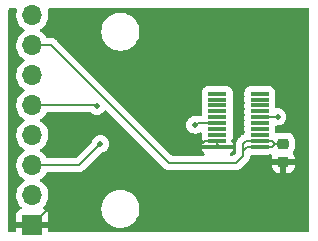
<source format=gbr>
%TF.GenerationSoftware,KiCad,Pcbnew,(6.0.11-0)*%
%TF.CreationDate,2023-03-20T11:48:27+09:00*%
%TF.ProjectId,MB-RL7021-11-M5StickC,4d422d52-4c37-4303-9231-2d31312d4d35,rev?*%
%TF.SameCoordinates,Original*%
%TF.FileFunction,Copper,L1,Top*%
%TF.FilePolarity,Positive*%
%FSLAX46Y46*%
G04 Gerber Fmt 4.6, Leading zero omitted, Abs format (unit mm)*
G04 Created by KiCad (PCBNEW (6.0.11-0)) date 2023-03-20 11:48:27*
%MOMM*%
%LPD*%
G01*
G04 APERTURE LIST*
G04 Aperture macros list*
%AMRoundRect*
0 Rectangle with rounded corners*
0 $1 Rounding radius*
0 $2 $3 $4 $5 $6 $7 $8 $9 X,Y pos of 4 corners*
0 Add a 4 corners polygon primitive as box body*
4,1,4,$2,$3,$4,$5,$6,$7,$8,$9,$2,$3,0*
0 Add four circle primitives for the rounded corners*
1,1,$1+$1,$2,$3*
1,1,$1+$1,$4,$5*
1,1,$1+$1,$6,$7*
1,1,$1+$1,$8,$9*
0 Add four rect primitives between the rounded corners*
20,1,$1+$1,$2,$3,$4,$5,0*
20,1,$1+$1,$4,$5,$6,$7,0*
20,1,$1+$1,$6,$7,$8,$9,0*
20,1,$1+$1,$8,$9,$2,$3,0*%
G04 Aperture macros list end*
%TA.AperFunction,SMDPad,CuDef*%
%ADD10RoundRect,0.075000X0.725000X0.075000X-0.725000X0.075000X-0.725000X-0.075000X0.725000X-0.075000X0*%
%TD*%
%TA.AperFunction,SMDPad,CuDef*%
%ADD11RoundRect,0.225000X0.250000X-0.225000X0.250000X0.225000X-0.250000X0.225000X-0.250000X-0.225000X0*%
%TD*%
%TA.AperFunction,ComponentPad*%
%ADD12R,1.700000X1.700000*%
%TD*%
%TA.AperFunction,ComponentPad*%
%ADD13O,1.700000X1.700000*%
%TD*%
%TA.AperFunction,ViaPad*%
%ADD14C,0.460000*%
%TD*%
%TA.AperFunction,Conductor*%
%ADD15C,0.200000*%
%TD*%
%TA.AperFunction,Conductor*%
%ADD16C,0.127000*%
%TD*%
G04 APERTURE END LIST*
D10*
%TO.P,U1,1,3V3*%
%TO.N,+3V3*%
X139800000Y-119250000D03*
%TO.P,U1,2,GND*%
%TO.N,GND*%
X136200000Y-119250000D03*
%TO.P,U1,3,3V3*%
%TO.N,+3V3*%
X139800000Y-118750000D03*
%TO.P,U1,4,GND*%
%TO.N,GND*%
X136200000Y-118750000D03*
%TO.P,U1,5,GPIO40*%
%TO.N,unconnected-(U1-Pad5)*%
X139800000Y-118250000D03*
%TO.P,U1,6,GPIO74*%
%TO.N,unconnected-(U1-Pad6)*%
X136200000Y-118250000D03*
%TO.P,U1,7,RESET*%
%TO.N,unconnected-(U1-Pad7)*%
X139800000Y-117750000D03*
%TO.P,U1,8,GPIO31*%
%TO.N,unconnected-(U1-Pad8)*%
X136200000Y-117750000D03*
%TO.P,U1,9,GPIO23*%
%TO.N,unconnected-(U1-Pad9)*%
X139800000Y-117250000D03*
%TO.P,U1,10,TxD0*%
%TO.N,/M5_STICKC_RX*%
X136200000Y-117250000D03*
%TO.P,U1,11,RxD0*%
%TO.N,/M5_STICKC_TX*%
X139800000Y-116750000D03*
%TO.P,U1,12,GPIO00/51*%
%TO.N,unconnected-(U1-Pad12)*%
X136200000Y-116750000D03*
%TO.P,U1,13,GPIO01/50*%
%TO.N,unconnected-(U1-Pad13)*%
X139800000Y-116250000D03*
%TO.P,U1,14,GPIO17/30*%
%TO.N,unconnected-(U1-Pad14)*%
X136200000Y-116250000D03*
%TO.P,U1,15,GPIO73*%
%TO.N,unconnected-(U1-Pad15)*%
X139800000Y-115750000D03*
%TO.P,U1,16,GPIO41/60*%
%TO.N,unconnected-(U1-Pad16)*%
X136200000Y-115750000D03*
%TO.P,U1,17,GPIO20*%
%TO.N,unconnected-(U1-Pad17)*%
X139800000Y-115250000D03*
%TO.P,U1,18,GPIO22*%
%TO.N,unconnected-(U1-Pad18)*%
X136200000Y-115250000D03*
%TO.P,U1,19,GPIO61/75*%
%TO.N,unconnected-(U1-Pad19)*%
X139800000Y-114750000D03*
%TO.P,U1,20,GPIO21*%
%TO.N,unconnected-(U1-Pad20)*%
X136200000Y-114750000D03*
%TD*%
D11*
%TO.P,C1,1*%
%TO.N,GND*%
X141800000Y-120550000D03*
%TO.P,C1,2*%
%TO.N,+3V3*%
X141800000Y-119000000D03*
%TD*%
D12*
%TO.P,J1,1,Pin_1*%
%TO.N,GND*%
X120540000Y-125890000D03*
D13*
%TO.P,J1,2,Pin_2*%
%TO.N,unconnected-(J1-Pad2)*%
X120540000Y-123350000D03*
%TO.P,J1,3,Pin_3*%
%TO.N,/M5_STICKC_RX*%
X120540000Y-120810000D03*
%TO.P,J1,4,Pin_4*%
%TO.N,unconnected-(J1-Pad4)*%
X120540000Y-118270000D03*
%TO.P,J1,5,Pin_5*%
%TO.N,/M5_STICKC_TX*%
X120540000Y-115730000D03*
%TO.P,J1,6,Pin_6*%
%TO.N,unconnected-(J1-Pad6)*%
X120540000Y-113190000D03*
%TO.P,J1,7,Pin_7*%
%TO.N,+3V3*%
X120540000Y-110650000D03*
%TO.P,J1,8,Pin_8*%
%TO.N,unconnected-(J1-Pad8)*%
X120540000Y-108110000D03*
%TD*%
D14*
%TO.N,GND*%
X142985000Y-109632500D03*
X130285000Y-122332500D03*
X130200000Y-120000000D03*
X142985000Y-117252500D03*
X142985000Y-124872500D03*
X132825000Y-124872500D03*
X142985000Y-122332500D03*
X137905000Y-112172500D03*
X125205000Y-109632500D03*
X130285000Y-114712500D03*
X137905000Y-124872500D03*
X137905000Y-114712500D03*
X125205000Y-117252500D03*
X135365000Y-109632500D03*
X130285000Y-112172500D03*
X122665000Y-119792500D03*
X135365000Y-112172500D03*
X142985000Y-114712500D03*
X140445000Y-124872500D03*
X140445000Y-112172500D03*
X135365000Y-124872500D03*
X132825000Y-114712500D03*
X134600000Y-119300000D03*
X130285000Y-124872500D03*
X132825000Y-109632500D03*
X132825000Y-112172500D03*
X125205000Y-124872500D03*
X122665000Y-117252500D03*
X142985000Y-112172500D03*
X140445000Y-109632500D03*
X137905000Y-109632500D03*
X122665000Y-109632500D03*
%TO.N,/M5_STICKC_RX*%
X126300000Y-119000000D03*
X134300000Y-117400000D03*
%TO.N,/M5_STICKC_TX*%
X126000000Y-115800000D03*
X141300000Y-116700000D03*
%TD*%
D15*
%TO.N,GND*%
X120540000Y-125890000D02*
X126430000Y-120000000D01*
X132100000Y-121900000D02*
X139400000Y-121900000D01*
X130200000Y-120000000D02*
X132100000Y-121900000D01*
X139400000Y-121900000D02*
X140750000Y-120550000D01*
X134650000Y-119250000D02*
X134600000Y-119300000D01*
X136200000Y-119250000D02*
X134650000Y-119250000D01*
X140750000Y-120550000D02*
X141800000Y-120550000D01*
X135150000Y-118750000D02*
X136200000Y-118750000D01*
X134600000Y-119300000D02*
X135150000Y-118750000D01*
X126430000Y-120000000D02*
X126600000Y-120000000D01*
X126600000Y-120000000D02*
X130200000Y-120000000D01*
%TO.N,+3V3*%
X140850000Y-119250000D02*
X141100000Y-119000000D01*
X139800000Y-118750000D02*
X140850000Y-118750000D01*
X138400000Y-119600000D02*
X138400000Y-119000000D01*
X139800000Y-119250000D02*
X140850000Y-119250000D01*
X139800000Y-119250000D02*
X138750000Y-119250000D01*
X120540000Y-110650000D02*
X122150000Y-110650000D01*
X137800000Y-120600000D02*
X138400000Y-120000000D01*
X122150000Y-110650000D02*
X132100000Y-120600000D01*
X138400000Y-120000000D02*
X138400000Y-119600000D01*
X138400000Y-119000000D02*
X138650000Y-118750000D01*
X138750000Y-119250000D02*
X138400000Y-119600000D01*
X138650000Y-118750000D02*
X139800000Y-118750000D01*
X140850000Y-118750000D02*
X141100000Y-119000000D01*
X141100000Y-119000000D02*
X141800000Y-119000000D01*
X132100000Y-120600000D02*
X137800000Y-120600000D01*
D16*
%TO.N,/M5_STICKC_RX*%
X134300000Y-117400000D02*
X134400000Y-117400000D01*
X134550000Y-117250000D02*
X136200000Y-117250000D01*
X134400000Y-117400000D02*
X134550000Y-117250000D01*
X120540000Y-120810000D02*
X124490000Y-120810000D01*
X124490000Y-120810000D02*
X126300000Y-119000000D01*
%TO.N,/M5_STICKC_TX*%
X141300000Y-116700000D02*
X139850000Y-116700000D01*
X125930000Y-115730000D02*
X126000000Y-115800000D01*
X139850000Y-116700000D02*
X139800000Y-116750000D01*
X120540000Y-115730000D02*
X125930000Y-115730000D01*
%TD*%
%TA.AperFunction,Conductor*%
%TO.N,GND*%
G36*
X119199386Y-107528502D02*
G01*
X119245879Y-107582158D01*
X119255983Y-107652432D01*
X119252682Y-107668172D01*
X119210757Y-107819349D01*
X119200989Y-107854570D01*
X119177251Y-108076695D01*
X119177548Y-108081848D01*
X119177548Y-108081851D01*
X119189812Y-108294547D01*
X119190110Y-108299715D01*
X119191247Y-108304761D01*
X119191248Y-108304767D01*
X119204340Y-108362858D01*
X119239222Y-108517639D01*
X119323266Y-108724616D01*
X119439987Y-108915088D01*
X119586250Y-109083938D01*
X119758126Y-109226632D01*
X119802447Y-109252531D01*
X119831445Y-109269476D01*
X119880169Y-109321114D01*
X119893240Y-109390897D01*
X119866509Y-109456669D01*
X119826055Y-109490027D01*
X119813607Y-109496507D01*
X119809474Y-109499610D01*
X119809471Y-109499612D01*
X119785247Y-109517800D01*
X119634965Y-109630635D01*
X119480629Y-109792138D01*
X119354743Y-109976680D01*
X119333939Y-110021498D01*
X119290391Y-110115316D01*
X119260688Y-110179305D01*
X119200989Y-110394570D01*
X119177251Y-110616695D01*
X119177548Y-110621848D01*
X119177548Y-110621851D01*
X119178831Y-110644106D01*
X119190110Y-110839715D01*
X119191247Y-110844761D01*
X119191248Y-110844767D01*
X119211590Y-110935030D01*
X119239222Y-111057639D01*
X119300673Y-111208976D01*
X119320783Y-111258500D01*
X119323266Y-111264616D01*
X119439987Y-111455088D01*
X119586250Y-111623938D01*
X119758126Y-111766632D01*
X119828595Y-111807811D01*
X119831445Y-111809476D01*
X119880169Y-111861114D01*
X119893240Y-111930897D01*
X119866509Y-111996669D01*
X119826055Y-112030027D01*
X119813607Y-112036507D01*
X119809474Y-112039610D01*
X119809471Y-112039612D01*
X119785247Y-112057800D01*
X119634965Y-112170635D01*
X119480629Y-112332138D01*
X119354743Y-112516680D01*
X119260688Y-112719305D01*
X119200989Y-112934570D01*
X119177251Y-113156695D01*
X119177548Y-113161848D01*
X119177548Y-113161851D01*
X119183011Y-113256590D01*
X119190110Y-113379715D01*
X119191247Y-113384761D01*
X119191248Y-113384767D01*
X119211119Y-113472939D01*
X119239222Y-113597639D01*
X119323266Y-113804616D01*
X119439987Y-113995088D01*
X119586250Y-114163938D01*
X119758126Y-114306632D01*
X119828595Y-114347811D01*
X119831445Y-114349476D01*
X119880169Y-114401114D01*
X119893240Y-114470897D01*
X119866509Y-114536669D01*
X119826055Y-114570027D01*
X119813607Y-114576507D01*
X119809474Y-114579610D01*
X119809471Y-114579612D01*
X119639100Y-114707530D01*
X119634965Y-114710635D01*
X119480629Y-114872138D01*
X119477715Y-114876410D01*
X119477714Y-114876411D01*
X119393407Y-115000000D01*
X119354743Y-115056680D01*
X119260688Y-115259305D01*
X119200989Y-115474570D01*
X119177251Y-115696695D01*
X119190110Y-115919715D01*
X119191247Y-115924761D01*
X119191248Y-115924767D01*
X119208203Y-116000000D01*
X119239222Y-116137639D01*
X119323266Y-116344616D01*
X119325965Y-116349020D01*
X119436071Y-116528697D01*
X119439987Y-116535088D01*
X119586250Y-116703938D01*
X119758126Y-116846632D01*
X119811546Y-116877848D01*
X119831445Y-116889476D01*
X119880169Y-116941114D01*
X119893240Y-117010897D01*
X119866509Y-117076669D01*
X119826055Y-117110027D01*
X119813607Y-117116507D01*
X119809474Y-117119610D01*
X119809471Y-117119612D01*
X119639100Y-117247530D01*
X119634965Y-117250635D01*
X119631393Y-117254373D01*
X119508828Y-117382630D01*
X119480629Y-117412138D01*
X119477715Y-117416410D01*
X119477714Y-117416411D01*
X119451049Y-117455500D01*
X119354743Y-117596680D01*
X119260688Y-117799305D01*
X119200989Y-118014570D01*
X119177251Y-118236695D01*
X119177548Y-118241848D01*
X119177548Y-118241851D01*
X119187780Y-118419301D01*
X119190110Y-118459715D01*
X119191247Y-118464761D01*
X119191248Y-118464767D01*
X119207231Y-118535685D01*
X119239222Y-118677639D01*
X119323266Y-118884616D01*
X119348719Y-118926152D01*
X119418412Y-119039880D01*
X119439987Y-119075088D01*
X119586250Y-119243938D01*
X119758126Y-119386632D01*
X119787468Y-119403778D01*
X119831445Y-119429476D01*
X119880169Y-119481114D01*
X119893240Y-119550897D01*
X119866509Y-119616669D01*
X119826055Y-119650027D01*
X119813607Y-119656507D01*
X119809474Y-119659610D01*
X119809471Y-119659612D01*
X119639100Y-119787530D01*
X119634965Y-119790635D01*
X119631393Y-119794373D01*
X119524547Y-119906181D01*
X119480629Y-119952138D01*
X119477715Y-119956410D01*
X119477714Y-119956411D01*
X119465404Y-119974457D01*
X119354743Y-120136680D01*
X119334197Y-120180943D01*
X119279283Y-120299246D01*
X119260688Y-120339305D01*
X119200989Y-120554570D01*
X119177251Y-120776695D01*
X119177548Y-120781848D01*
X119177548Y-120781851D01*
X119179773Y-120820438D01*
X119190110Y-120999715D01*
X119191247Y-121004761D01*
X119191248Y-121004767D01*
X119208453Y-121081107D01*
X119239222Y-121217639D01*
X119323266Y-121424616D01*
X119439987Y-121615088D01*
X119586250Y-121783938D01*
X119758126Y-121926632D01*
X119828595Y-121967811D01*
X119831445Y-121969476D01*
X119880169Y-122021114D01*
X119893240Y-122090897D01*
X119866509Y-122156669D01*
X119826055Y-122190027D01*
X119813607Y-122196507D01*
X119809474Y-122199610D01*
X119809471Y-122199612D01*
X119785247Y-122217800D01*
X119634965Y-122330635D01*
X119480629Y-122492138D01*
X119354743Y-122676680D01*
X119260688Y-122879305D01*
X119200989Y-123094570D01*
X119177251Y-123316695D01*
X119177548Y-123321848D01*
X119177548Y-123321851D01*
X119183011Y-123416590D01*
X119190110Y-123539715D01*
X119191247Y-123544761D01*
X119191248Y-123544767D01*
X119211119Y-123632939D01*
X119239222Y-123757639D01*
X119323266Y-123964616D01*
X119439987Y-124155088D01*
X119586250Y-124323938D01*
X119590225Y-124327238D01*
X119590231Y-124327244D01*
X119595425Y-124331556D01*
X119635059Y-124390460D01*
X119636555Y-124461441D01*
X119599439Y-124521962D01*
X119559168Y-124546480D01*
X119451946Y-124586676D01*
X119436351Y-124595214D01*
X119334276Y-124671715D01*
X119321715Y-124684276D01*
X119245214Y-124786351D01*
X119236676Y-124801946D01*
X119191522Y-124922394D01*
X119187895Y-124937649D01*
X119182369Y-124988514D01*
X119182000Y-124995328D01*
X119182000Y-125617885D01*
X119186475Y-125633124D01*
X119187865Y-125634329D01*
X119195548Y-125636000D01*
X121879884Y-125636000D01*
X121895123Y-125631525D01*
X121896328Y-125630135D01*
X121897999Y-125622452D01*
X121897999Y-124995331D01*
X121897629Y-124988510D01*
X121892105Y-124937648D01*
X121888479Y-124922396D01*
X121843324Y-124801946D01*
X121834786Y-124786351D01*
X121758285Y-124684276D01*
X121745724Y-124671715D01*
X121643649Y-124595214D01*
X121628054Y-124586676D01*
X121517813Y-124545348D01*
X121461049Y-124502706D01*
X121460045Y-124500000D01*
X126386526Y-124500000D01*
X126406391Y-124752403D01*
X126465495Y-124998591D01*
X126562384Y-125232502D01*
X126694672Y-125448376D01*
X126697883Y-125452135D01*
X126853492Y-125634329D01*
X126859102Y-125640898D01*
X127051624Y-125805328D01*
X127267498Y-125937616D01*
X127272068Y-125939509D01*
X127272072Y-125939511D01*
X127496836Y-126032611D01*
X127501409Y-126034505D01*
X127586032Y-126054821D01*
X127742784Y-126092454D01*
X127742790Y-126092455D01*
X127747597Y-126093609D01*
X127847416Y-126101465D01*
X127934345Y-126108307D01*
X127934352Y-126108307D01*
X127936801Y-126108500D01*
X128063199Y-126108500D01*
X128065648Y-126108307D01*
X128065655Y-126108307D01*
X128152584Y-126101465D01*
X128252403Y-126093609D01*
X128257210Y-126092455D01*
X128257216Y-126092454D01*
X128413968Y-126054821D01*
X128498591Y-126034505D01*
X128503164Y-126032611D01*
X128727928Y-125939511D01*
X128727932Y-125939509D01*
X128732502Y-125937616D01*
X128948376Y-125805328D01*
X129140898Y-125640898D01*
X129146509Y-125634329D01*
X129302117Y-125452135D01*
X129305328Y-125448376D01*
X129437616Y-125232502D01*
X129534505Y-124998591D01*
X129593609Y-124752403D01*
X129613474Y-124500000D01*
X129593609Y-124247597D01*
X129591100Y-124237144D01*
X129554821Y-124086032D01*
X129534505Y-124001409D01*
X129517282Y-123959829D01*
X129439511Y-123772072D01*
X129439509Y-123772068D01*
X129437616Y-123767498D01*
X129305328Y-123551624D01*
X129140898Y-123359102D01*
X128948376Y-123194672D01*
X128732502Y-123062384D01*
X128727932Y-123060491D01*
X128727928Y-123060489D01*
X128503164Y-122967389D01*
X128503162Y-122967388D01*
X128498591Y-122965495D01*
X128413968Y-122945179D01*
X128257216Y-122907546D01*
X128257210Y-122907545D01*
X128252403Y-122906391D01*
X128152584Y-122898535D01*
X128065655Y-122891693D01*
X128065648Y-122891693D01*
X128063199Y-122891500D01*
X127936801Y-122891500D01*
X127934352Y-122891693D01*
X127934345Y-122891693D01*
X127847416Y-122898535D01*
X127747597Y-122906391D01*
X127742790Y-122907545D01*
X127742784Y-122907546D01*
X127586032Y-122945179D01*
X127501409Y-122965495D01*
X127496838Y-122967388D01*
X127496836Y-122967389D01*
X127272072Y-123060489D01*
X127272068Y-123060491D01*
X127267498Y-123062384D01*
X127051624Y-123194672D01*
X126859102Y-123359102D01*
X126694672Y-123551624D01*
X126562384Y-123767498D01*
X126560491Y-123772068D01*
X126560489Y-123772072D01*
X126482718Y-123959829D01*
X126465495Y-124001409D01*
X126445179Y-124086032D01*
X126408901Y-124237144D01*
X126406391Y-124247597D01*
X126386526Y-124500000D01*
X121460045Y-124500000D01*
X121436349Y-124436145D01*
X121451557Y-124366796D01*
X121473104Y-124338115D01*
X121574430Y-124237144D01*
X121574440Y-124237132D01*
X121578096Y-124233489D01*
X121637594Y-124150689D01*
X121705435Y-124056277D01*
X121708453Y-124052077D01*
X121731117Y-124006221D01*
X121805136Y-123856453D01*
X121805137Y-123856451D01*
X121807430Y-123851811D01*
X121872370Y-123638069D01*
X121901529Y-123416590D01*
X121903156Y-123350000D01*
X121884852Y-123127361D01*
X121830431Y-122910702D01*
X121741354Y-122705840D01*
X121620014Y-122518277D01*
X121469670Y-122353051D01*
X121465619Y-122349852D01*
X121465615Y-122349848D01*
X121298414Y-122217800D01*
X121298410Y-122217798D01*
X121294359Y-122214598D01*
X121253053Y-122191796D01*
X121203084Y-122141364D01*
X121188312Y-122071921D01*
X121213428Y-122005516D01*
X121240780Y-121978909D01*
X121284603Y-121947650D01*
X121419860Y-121851173D01*
X121578096Y-121693489D01*
X121637594Y-121610689D01*
X121705435Y-121516277D01*
X121708453Y-121512077D01*
X121738060Y-121452172D01*
X121786172Y-121399966D01*
X121851016Y-121382000D01*
X124444256Y-121382000D01*
X124460702Y-121383078D01*
X124481811Y-121385857D01*
X124481812Y-121385857D01*
X124490000Y-121386935D01*
X124498188Y-121385857D01*
X124498189Y-121385857D01*
X124527479Y-121382001D01*
X124527491Y-121382000D01*
X124527494Y-121382000D01*
X124527503Y-121381999D01*
X124608625Y-121371318D01*
X124639322Y-121367277D01*
X124778468Y-121309641D01*
X124897955Y-121217955D01*
X124915949Y-121194505D01*
X124926816Y-121182114D01*
X126341826Y-119767104D01*
X126404138Y-119733078D01*
X126419486Y-119730720D01*
X126449436Y-119727994D01*
X126456138Y-119725816D01*
X126456140Y-119725816D01*
X126600309Y-119678973D01*
X126600312Y-119678972D01*
X126607008Y-119676796D01*
X126692942Y-119625569D01*
X126743267Y-119595570D01*
X126743270Y-119595568D01*
X126749322Y-119591960D01*
X126846584Y-119499338D01*
X126864200Y-119482563D01*
X126864202Y-119482561D01*
X126869304Y-119477702D01*
X126960990Y-119339703D01*
X127019825Y-119184820D01*
X127024818Y-119149292D01*
X127042332Y-119024675D01*
X127042333Y-119024668D01*
X127042883Y-119020751D01*
X127043173Y-119000000D01*
X127024705Y-118835351D01*
X126970218Y-118678886D01*
X126949784Y-118646184D01*
X126886153Y-118544354D01*
X126882420Y-118538380D01*
X126866955Y-118522806D01*
X126770637Y-118425814D01*
X126765675Y-118420817D01*
X126755520Y-118414372D01*
X126668459Y-118359122D01*
X126625786Y-118332041D01*
X126511983Y-118291517D01*
X126476338Y-118278824D01*
X126476336Y-118278823D01*
X126469704Y-118276462D01*
X126462718Y-118275629D01*
X126462714Y-118275628D01*
X126346501Y-118261771D01*
X126305188Y-118256845D01*
X126298186Y-118257581D01*
X126298184Y-118257581D01*
X126147415Y-118273428D01*
X126147413Y-118273428D01*
X126140415Y-118274164D01*
X125983572Y-118327557D01*
X125963496Y-118339908D01*
X125848459Y-118410679D01*
X125848456Y-118410681D01*
X125842457Y-118414372D01*
X125724082Y-118530293D01*
X125720263Y-118536218D01*
X125720262Y-118536220D01*
X125704301Y-118560987D01*
X125634331Y-118669559D01*
X125631920Y-118676182D01*
X125631919Y-118676185D01*
X125580075Y-118818626D01*
X125580074Y-118818631D01*
X125577665Y-118825249D01*
X125570324Y-118883356D01*
X125541944Y-118948429D01*
X125534414Y-118956656D01*
X124289975Y-120201095D01*
X124227663Y-120235121D01*
X124200880Y-120238000D01*
X121854975Y-120238000D01*
X121786854Y-120217998D01*
X121743933Y-120171545D01*
X121743413Y-120170574D01*
X121741354Y-120165840D01*
X121719722Y-120132401D01*
X121622822Y-119982617D01*
X121622820Y-119982614D01*
X121620014Y-119978277D01*
X121469670Y-119813051D01*
X121465619Y-119809852D01*
X121465615Y-119809848D01*
X121298414Y-119677800D01*
X121298410Y-119677798D01*
X121294359Y-119674598D01*
X121253053Y-119651796D01*
X121203084Y-119601364D01*
X121188312Y-119531921D01*
X121213428Y-119465516D01*
X121240780Y-119438909D01*
X121295328Y-119400000D01*
X121419860Y-119311173D01*
X121578096Y-119153489D01*
X121619438Y-119095956D01*
X121705435Y-118976277D01*
X121708453Y-118972077D01*
X121714363Y-118960120D01*
X121805136Y-118776453D01*
X121805137Y-118776451D01*
X121807430Y-118771811D01*
X121859089Y-118601783D01*
X121870865Y-118563023D01*
X121870865Y-118563021D01*
X121872370Y-118558069D01*
X121901529Y-118336590D01*
X121901640Y-118332041D01*
X121903074Y-118273365D01*
X121903074Y-118273361D01*
X121903156Y-118270000D01*
X121884852Y-118047361D01*
X121830431Y-117830702D01*
X121741354Y-117625840D01*
X121665507Y-117508598D01*
X121622822Y-117442617D01*
X121622820Y-117442614D01*
X121620014Y-117438277D01*
X121469670Y-117273051D01*
X121465619Y-117269852D01*
X121465615Y-117269848D01*
X121298414Y-117137800D01*
X121298410Y-117137798D01*
X121294359Y-117134598D01*
X121253053Y-117111796D01*
X121203084Y-117061364D01*
X121188312Y-116991921D01*
X121213428Y-116925516D01*
X121240780Y-116898909D01*
X121296559Y-116859122D01*
X121419860Y-116771173D01*
X121578096Y-116613489D01*
X121629199Y-116542372D01*
X121705435Y-116436277D01*
X121708453Y-116432077D01*
X121738060Y-116372172D01*
X121786172Y-116319966D01*
X121851016Y-116302000D01*
X125404599Y-116302000D01*
X125472720Y-116322002D01*
X125495234Y-116340471D01*
X125526284Y-116372625D01*
X125664920Y-116463346D01*
X125671524Y-116465802D01*
X125671526Y-116465803D01*
X125742565Y-116492222D01*
X125820210Y-116521098D01*
X125984436Y-116543010D01*
X125991447Y-116542372D01*
X125991451Y-116542372D01*
X126142415Y-116528633D01*
X126149436Y-116527994D01*
X126156138Y-116525816D01*
X126156140Y-116525816D01*
X126300309Y-116478973D01*
X126300312Y-116478972D01*
X126307008Y-116476796D01*
X126389799Y-116427443D01*
X126443267Y-116395570D01*
X126443270Y-116395568D01*
X126449322Y-116391960D01*
X126543789Y-116302000D01*
X126564200Y-116282563D01*
X126564202Y-116282561D01*
X126569304Y-116277702D01*
X126622970Y-116196928D01*
X126677328Y-116151258D01*
X126747748Y-116142226D01*
X126817013Y-116177561D01*
X131635681Y-120996229D01*
X131646548Y-121008620D01*
X131660984Y-121027434D01*
X131660987Y-121027437D01*
X131666013Y-121033987D01*
X131672563Y-121039013D01*
X131672567Y-121039017D01*
X131697927Y-121058476D01*
X131697929Y-121058477D01*
X131786572Y-121126496D01*
X131793124Y-121131524D01*
X131800750Y-121134683D01*
X131800752Y-121134684D01*
X131867137Y-121162181D01*
X131941149Y-121192838D01*
X131949336Y-121193916D01*
X131949337Y-121193916D01*
X131960542Y-121195391D01*
X131991738Y-121199498D01*
X132060115Y-121208500D01*
X132060118Y-121208500D01*
X132060126Y-121208501D01*
X132091811Y-121212672D01*
X132100000Y-121213750D01*
X132131693Y-121209578D01*
X132148136Y-121208500D01*
X137751864Y-121208500D01*
X137768307Y-121209578D01*
X137800000Y-121213750D01*
X137808189Y-121212672D01*
X137839874Y-121208501D01*
X137839884Y-121208500D01*
X137839885Y-121208500D01*
X137839901Y-121208498D01*
X137939457Y-121195391D01*
X137950664Y-121193916D01*
X137950666Y-121193915D01*
X137958851Y-121192838D01*
X138106876Y-121131524D01*
X138174103Y-121079939D01*
X138202072Y-121058477D01*
X138202075Y-121058474D01*
X138233987Y-121033987D01*
X138239017Y-121027432D01*
X138253452Y-121008621D01*
X138264319Y-120996230D01*
X138440111Y-120820438D01*
X140817000Y-120820438D01*
X140817337Y-120826953D01*
X140826894Y-120919057D01*
X140829788Y-120932456D01*
X140879381Y-121081107D01*
X140885555Y-121094286D01*
X140967788Y-121227173D01*
X140976824Y-121238574D01*
X141087429Y-121348986D01*
X141098840Y-121357998D01*
X141231880Y-121440004D01*
X141245061Y-121446151D01*
X141393814Y-121495491D01*
X141407190Y-121498358D01*
X141498097Y-121507672D01*
X141504513Y-121508000D01*
X141527885Y-121508000D01*
X141543124Y-121503525D01*
X141544329Y-121502135D01*
X141546000Y-121494452D01*
X141546000Y-121489885D01*
X142054000Y-121489885D01*
X142058475Y-121505124D01*
X142059865Y-121506329D01*
X142067548Y-121508000D01*
X142095438Y-121508000D01*
X142101953Y-121507663D01*
X142194057Y-121498106D01*
X142207456Y-121495212D01*
X142356107Y-121445619D01*
X142369286Y-121439445D01*
X142502173Y-121357212D01*
X142513574Y-121348176D01*
X142623986Y-121237571D01*
X142632998Y-121226160D01*
X142715004Y-121093120D01*
X142721151Y-121079939D01*
X142770491Y-120931186D01*
X142773358Y-120917810D01*
X142782672Y-120826903D01*
X142782929Y-120821874D01*
X142778525Y-120806876D01*
X142777135Y-120805671D01*
X142769452Y-120804000D01*
X142072115Y-120804000D01*
X142056876Y-120808475D01*
X142055671Y-120809865D01*
X142054000Y-120817548D01*
X142054000Y-121489885D01*
X141546000Y-121489885D01*
X141546000Y-120822115D01*
X141541525Y-120806876D01*
X141540135Y-120805671D01*
X141532452Y-120804000D01*
X140835115Y-120804000D01*
X140819876Y-120808475D01*
X140818671Y-120809865D01*
X140817000Y-120817548D01*
X140817000Y-120820438D01*
X138440111Y-120820438D01*
X138796234Y-120464315D01*
X138808625Y-120453448D01*
X138827437Y-120439013D01*
X138833987Y-120433987D01*
X138858474Y-120402075D01*
X138858480Y-120402069D01*
X138926496Y-120313429D01*
X138926497Y-120313427D01*
X138931524Y-120306876D01*
X138992838Y-120158851D01*
X138995757Y-120136680D01*
X139008500Y-120039885D01*
X139008500Y-120039880D01*
X139011373Y-120018055D01*
X139040094Y-119953128D01*
X139099359Y-119914035D01*
X139136295Y-119908500D01*
X140563244Y-119908500D01*
X140567330Y-119907962D01*
X140567331Y-119907962D01*
X140606153Y-119902851D01*
X140677324Y-119893481D01*
X140684951Y-119890322D01*
X140684954Y-119890321D01*
X140705066Y-119881990D01*
X140775656Y-119874401D01*
X140839143Y-119906181D01*
X140875370Y-119967239D01*
X140872877Y-120038067D01*
X140829509Y-120168814D01*
X140826642Y-120182190D01*
X140817328Y-120273097D01*
X140817071Y-120278126D01*
X140821475Y-120293124D01*
X140822865Y-120294329D01*
X140830548Y-120296000D01*
X142764885Y-120296000D01*
X142780124Y-120291525D01*
X142781329Y-120290135D01*
X142783000Y-120282452D01*
X142783000Y-120279562D01*
X142782663Y-120273047D01*
X142773106Y-120180943D01*
X142770212Y-120167544D01*
X142720619Y-120018893D01*
X142714445Y-120005714D01*
X142632212Y-119872827D01*
X142618629Y-119855689D01*
X142620559Y-119854159D01*
X142592097Y-119802120D01*
X142597113Y-119731301D01*
X142620799Y-119694383D01*
X142619843Y-119693628D01*
X142624381Y-119687882D01*
X142629552Y-119682702D01*
X142633393Y-119676471D01*
X142715462Y-119543331D01*
X142715463Y-119543329D01*
X142719302Y-119537101D01*
X142773149Y-119374757D01*
X142783500Y-119273732D01*
X142783500Y-118726268D01*
X142772887Y-118623981D01*
X142749185Y-118552939D01*
X142721073Y-118468676D01*
X142721072Y-118468674D01*
X142718756Y-118461732D01*
X142687164Y-118410679D01*
X142632606Y-118322515D01*
X142628752Y-118316287D01*
X142507702Y-118195448D01*
X142501471Y-118191607D01*
X142368331Y-118109538D01*
X142368329Y-118109537D01*
X142362101Y-118105698D01*
X142199757Y-118051851D01*
X142192920Y-118051151D01*
X142192918Y-118051150D01*
X142151599Y-118046917D01*
X142098732Y-118041500D01*
X141501268Y-118041500D01*
X141498022Y-118041837D01*
X141498018Y-118041837D01*
X141463917Y-118045375D01*
X141398981Y-118052113D01*
X141260240Y-118098401D01*
X141189291Y-118100986D01*
X141128207Y-118064803D01*
X141096382Y-118001339D01*
X141095442Y-117962432D01*
X141107962Y-117867331D01*
X141107962Y-117867330D01*
X141108500Y-117863244D01*
X141108500Y-117636756D01*
X141107063Y-117625840D01*
X141100863Y-117578747D01*
X141111802Y-117508598D01*
X141158930Y-117455500D01*
X141227284Y-117436310D01*
X141242449Y-117437408D01*
X141248963Y-117438277D01*
X141284436Y-117443010D01*
X141291447Y-117442372D01*
X141291451Y-117442372D01*
X141442415Y-117428633D01*
X141449436Y-117427994D01*
X141456138Y-117425816D01*
X141456140Y-117425816D01*
X141600309Y-117378973D01*
X141600312Y-117378972D01*
X141607008Y-117376796D01*
X141676881Y-117335143D01*
X141743267Y-117295570D01*
X141743270Y-117295568D01*
X141749322Y-117291960D01*
X141826330Y-117218626D01*
X141864200Y-117182563D01*
X141864202Y-117182561D01*
X141869304Y-117177702D01*
X141960990Y-117039703D01*
X142019825Y-116884820D01*
X142025192Y-116846632D01*
X142042332Y-116724675D01*
X142042333Y-116724668D01*
X142042883Y-116720751D01*
X142043173Y-116700000D01*
X142024705Y-116535351D01*
X142020292Y-116522677D01*
X141972536Y-116385543D01*
X141970218Y-116378886D01*
X141945813Y-116339829D01*
X141886153Y-116244354D01*
X141882420Y-116238380D01*
X141765675Y-116120817D01*
X141625786Y-116032041D01*
X141514027Y-115992245D01*
X141476338Y-115978824D01*
X141476336Y-115978823D01*
X141469704Y-115976462D01*
X141462718Y-115975629D01*
X141462714Y-115975628D01*
X141346501Y-115961771D01*
X141305188Y-115956845D01*
X141247670Y-115962891D01*
X141177834Y-115950120D01*
X141125986Y-115901618D01*
X141108500Y-115837581D01*
X141108500Y-115636756D01*
X141093481Y-115522676D01*
X141095026Y-115522473D01*
X141095026Y-115477527D01*
X141093481Y-115477324D01*
X141107962Y-115367331D01*
X141107962Y-115367330D01*
X141108500Y-115363244D01*
X141108500Y-115136756D01*
X141100506Y-115076032D01*
X141093481Y-115022676D01*
X141095026Y-115022473D01*
X141095026Y-114977527D01*
X141093481Y-114977324D01*
X141107962Y-114867331D01*
X141107962Y-114867330D01*
X141108500Y-114863244D01*
X141108500Y-114636756D01*
X141093481Y-114522676D01*
X141073053Y-114473357D01*
X141043128Y-114401114D01*
X141034686Y-114380732D01*
X140941157Y-114258843D01*
X140934605Y-114253815D01*
X140825818Y-114170341D01*
X140819267Y-114165314D01*
X140677324Y-114106519D01*
X140606153Y-114097149D01*
X140567331Y-114092038D01*
X140567330Y-114092038D01*
X140563244Y-114091500D01*
X139036756Y-114091500D01*
X139032670Y-114092038D01*
X139032669Y-114092038D01*
X138993847Y-114097149D01*
X138922676Y-114106519D01*
X138915049Y-114109678D01*
X138915046Y-114109679D01*
X138851704Y-114135917D01*
X138780732Y-114165314D01*
X138658843Y-114258843D01*
X138653817Y-114265393D01*
X138653816Y-114265394D01*
X138624709Y-114303327D01*
X138565314Y-114380733D01*
X138506519Y-114522676D01*
X138491500Y-114636756D01*
X138491500Y-114863244D01*
X138492038Y-114867330D01*
X138492038Y-114867331D01*
X138506519Y-114977324D01*
X138504974Y-114977527D01*
X138504974Y-115022473D01*
X138506519Y-115022676D01*
X138499495Y-115076032D01*
X138491500Y-115136756D01*
X138491500Y-115363244D01*
X138492038Y-115367330D01*
X138492038Y-115367331D01*
X138506519Y-115477324D01*
X138504974Y-115477527D01*
X138504974Y-115522473D01*
X138506519Y-115522676D01*
X138491500Y-115636756D01*
X138491500Y-115863244D01*
X138492038Y-115867330D01*
X138492038Y-115867331D01*
X138506519Y-115977324D01*
X138504974Y-115977527D01*
X138504974Y-116022473D01*
X138506519Y-116022676D01*
X138492941Y-116125814D01*
X138491500Y-116136756D01*
X138491500Y-116363244D01*
X138492038Y-116367330D01*
X138492038Y-116367331D01*
X138506519Y-116477324D01*
X138504974Y-116477527D01*
X138504974Y-116522473D01*
X138506519Y-116522676D01*
X138491500Y-116636756D01*
X138491500Y-116863244D01*
X138492038Y-116867330D01*
X138492038Y-116867331D01*
X138506519Y-116977324D01*
X138504974Y-116977527D01*
X138504974Y-117022473D01*
X138506519Y-117022676D01*
X138491500Y-117136756D01*
X138491500Y-117363244D01*
X138492038Y-117367330D01*
X138492038Y-117367331D01*
X138506519Y-117477324D01*
X138504974Y-117477527D01*
X138504974Y-117522473D01*
X138506519Y-117522676D01*
X138493510Y-117621492D01*
X138491500Y-117636756D01*
X138491500Y-117863244D01*
X138492038Y-117867330D01*
X138492038Y-117867331D01*
X138506519Y-117977324D01*
X138504974Y-117977527D01*
X138504974Y-118022474D01*
X138506519Y-118022677D01*
X138504041Y-118041500D01*
X138498174Y-118086062D01*
X138469451Y-118150989D01*
X138421471Y-118186024D01*
X138343125Y-118218476D01*
X138343123Y-118218477D01*
X138343124Y-118218477D01*
X138247928Y-118291523D01*
X138247925Y-118291526D01*
X138216013Y-118316013D01*
X138210983Y-118322568D01*
X138196548Y-118341379D01*
X138185681Y-118353770D01*
X138003766Y-118535685D01*
X137991375Y-118546552D01*
X137966013Y-118566013D01*
X137941526Y-118597925D01*
X137941523Y-118597928D01*
X137936690Y-118604226D01*
X137876686Y-118682425D01*
X137868476Y-118693124D01*
X137853395Y-118729534D01*
X137817574Y-118816013D01*
X137810511Y-118833065D01*
X137807162Y-118841150D01*
X137806084Y-118849338D01*
X137799414Y-118900000D01*
X137791500Y-118960115D01*
X137791500Y-118960120D01*
X137786250Y-119000000D01*
X137787328Y-119008188D01*
X137790422Y-119031690D01*
X137791500Y-119048136D01*
X137791500Y-119551864D01*
X137790422Y-119568307D01*
X137786250Y-119600000D01*
X137788445Y-119616669D01*
X137790422Y-119631690D01*
X137791500Y-119648136D01*
X137791500Y-119695761D01*
X137771498Y-119763882D01*
X137754595Y-119784856D01*
X137584856Y-119954595D01*
X137522544Y-119988621D01*
X137495761Y-119991500D01*
X137385267Y-119991500D01*
X137317146Y-119971498D01*
X137270653Y-119917842D01*
X137260549Y-119847568D01*
X137290043Y-119782988D01*
X137308563Y-119765537D01*
X137334252Y-119745825D01*
X137345828Y-119734250D01*
X137429223Y-119625566D01*
X137437410Y-119611385D01*
X137489833Y-119484825D01*
X137494072Y-119469005D01*
X137500792Y-119417960D01*
X137498581Y-119403778D01*
X137485424Y-119400000D01*
X136368115Y-119400000D01*
X136352877Y-119404474D01*
X136352844Y-119404512D01*
X136293118Y-119442896D01*
X136257619Y-119448000D01*
X136144597Y-119448000D01*
X136076476Y-119427998D01*
X136062085Y-119417225D01*
X136044135Y-119401671D01*
X136036452Y-119400000D01*
X134914958Y-119400000D01*
X134901187Y-119404044D01*
X134899158Y-119417583D01*
X134905928Y-119469005D01*
X134910167Y-119484825D01*
X134962590Y-119611386D01*
X134970779Y-119625569D01*
X135054171Y-119734248D01*
X135065753Y-119745831D01*
X135091435Y-119765537D01*
X135133303Y-119822875D01*
X135137525Y-119893746D01*
X135102762Y-119955649D01*
X135040049Y-119988930D01*
X135014732Y-119991500D01*
X132404238Y-119991500D01*
X132336117Y-119971498D01*
X132315143Y-119954595D01*
X129750173Y-117389624D01*
X133556899Y-117389624D01*
X133573067Y-117554514D01*
X133575291Y-117561199D01*
X133575291Y-117561200D01*
X133595348Y-117621492D01*
X133625364Y-117711725D01*
X133629013Y-117717750D01*
X133700459Y-117835720D01*
X133711192Y-117853443D01*
X133826284Y-117972625D01*
X133832176Y-117976480D01*
X133832180Y-117976484D01*
X133959024Y-118059488D01*
X133964920Y-118063346D01*
X133971524Y-118065802D01*
X133971526Y-118065803D01*
X134026001Y-118086062D01*
X134120210Y-118121098D01*
X134284436Y-118143010D01*
X134291447Y-118142372D01*
X134291451Y-118142372D01*
X134442415Y-118128633D01*
X134449436Y-118127994D01*
X134456138Y-118125816D01*
X134456140Y-118125816D01*
X134600309Y-118078973D01*
X134600312Y-118078972D01*
X134607008Y-118076796D01*
X134625449Y-118065803D01*
X134701512Y-118020461D01*
X134770267Y-118002761D01*
X134837677Y-118025043D01*
X134882338Y-118080233D01*
X134891601Y-118135987D01*
X134891500Y-118136756D01*
X134891500Y-118363244D01*
X134892038Y-118367330D01*
X134892038Y-118367331D01*
X134906519Y-118477324D01*
X134905234Y-118477493D01*
X134905235Y-118522573D01*
X134907006Y-118522806D01*
X134899208Y-118582040D01*
X134901419Y-118596222D01*
X134920784Y-118601783D01*
X134980737Y-118639811D01*
X134985967Y-118646184D01*
X135025187Y-118697296D01*
X135050788Y-118763516D01*
X135036524Y-118833065D01*
X134986923Y-118883861D01*
X134925225Y-118900000D01*
X134914958Y-118900000D01*
X134901187Y-118904044D01*
X134899158Y-118917583D01*
X134907006Y-118977194D01*
X134905494Y-118977393D01*
X134905494Y-119022607D01*
X134907006Y-119022806D01*
X134899208Y-119082040D01*
X134901419Y-119096222D01*
X134914576Y-119100000D01*
X136031885Y-119100000D01*
X136047124Y-119095525D01*
X136048329Y-119094135D01*
X136050000Y-119086452D01*
X136050000Y-119034500D01*
X136070002Y-118966379D01*
X136123658Y-118919886D01*
X136176000Y-118908500D01*
X136224000Y-118908500D01*
X136292121Y-118928502D01*
X136338614Y-118982158D01*
X136350000Y-119034500D01*
X136350000Y-119081885D01*
X136354475Y-119097124D01*
X136355865Y-119098329D01*
X136363548Y-119100000D01*
X137485042Y-119100000D01*
X137498813Y-119095956D01*
X137500842Y-119082417D01*
X137492994Y-119022806D01*
X137494506Y-119022607D01*
X137494506Y-118977393D01*
X137492994Y-118977194D01*
X137500792Y-118917960D01*
X137498581Y-118903778D01*
X137485424Y-118900000D01*
X137474776Y-118900000D01*
X137406655Y-118879998D01*
X137360162Y-118826342D01*
X137350058Y-118756068D01*
X137374813Y-118697297D01*
X137414102Y-118646094D01*
X137471440Y-118604226D01*
X137478567Y-118601901D01*
X137498813Y-118595956D01*
X137500842Y-118582417D01*
X137492994Y-118522806D01*
X137494765Y-118522573D01*
X137494766Y-118477493D01*
X137493481Y-118477324D01*
X137507962Y-118367331D01*
X137507962Y-118367330D01*
X137508500Y-118363244D01*
X137508500Y-118136756D01*
X137507347Y-118127994D01*
X137493481Y-118022676D01*
X137495026Y-118022473D01*
X137495026Y-117977527D01*
X137493481Y-117977324D01*
X137507962Y-117867331D01*
X137507962Y-117867330D01*
X137508500Y-117863244D01*
X137508500Y-117636756D01*
X137506491Y-117621492D01*
X137493481Y-117522676D01*
X137495026Y-117522473D01*
X137495026Y-117477527D01*
X137493481Y-117477324D01*
X137507962Y-117367331D01*
X137507962Y-117367330D01*
X137508500Y-117363244D01*
X137508500Y-117136756D01*
X137493481Y-117022676D01*
X137495026Y-117022473D01*
X137495026Y-116977527D01*
X137493481Y-116977324D01*
X137507962Y-116867331D01*
X137507962Y-116867330D01*
X137508500Y-116863244D01*
X137508500Y-116636756D01*
X137493481Y-116522676D01*
X137495026Y-116522473D01*
X137495026Y-116477527D01*
X137493481Y-116477324D01*
X137507962Y-116367331D01*
X137507962Y-116367330D01*
X137508500Y-116363244D01*
X137508500Y-116136756D01*
X137507060Y-116125814D01*
X137493481Y-116022676D01*
X137495026Y-116022473D01*
X137495026Y-115977527D01*
X137493481Y-115977324D01*
X137507962Y-115867331D01*
X137507962Y-115867330D01*
X137508500Y-115863244D01*
X137508500Y-115636756D01*
X137493481Y-115522676D01*
X137495026Y-115522473D01*
X137495026Y-115477527D01*
X137493481Y-115477324D01*
X137507962Y-115367331D01*
X137507962Y-115367330D01*
X137508500Y-115363244D01*
X137508500Y-115136756D01*
X137500506Y-115076032D01*
X137493481Y-115022676D01*
X137495026Y-115022473D01*
X137495026Y-114977527D01*
X137493481Y-114977324D01*
X137507962Y-114867331D01*
X137507962Y-114867330D01*
X137508500Y-114863244D01*
X137508500Y-114636756D01*
X137493481Y-114522676D01*
X137473053Y-114473357D01*
X137443128Y-114401114D01*
X137434686Y-114380732D01*
X137341157Y-114258843D01*
X137334605Y-114253815D01*
X137225818Y-114170341D01*
X137219267Y-114165314D01*
X137077324Y-114106519D01*
X137006153Y-114097149D01*
X136967331Y-114092038D01*
X136967330Y-114092038D01*
X136963244Y-114091500D01*
X135436756Y-114091500D01*
X135432670Y-114092038D01*
X135432669Y-114092038D01*
X135393847Y-114097149D01*
X135322676Y-114106519D01*
X135315049Y-114109678D01*
X135315046Y-114109679D01*
X135251704Y-114135917D01*
X135180732Y-114165314D01*
X135058843Y-114258843D01*
X135053817Y-114265393D01*
X135053816Y-114265394D01*
X135024709Y-114303327D01*
X134965314Y-114380733D01*
X134906519Y-114522676D01*
X134891500Y-114636756D01*
X134891500Y-114863244D01*
X134892038Y-114867330D01*
X134892038Y-114867331D01*
X134906519Y-114977324D01*
X134904974Y-114977527D01*
X134904974Y-115022473D01*
X134906519Y-115022676D01*
X134899495Y-115076032D01*
X134891500Y-115136756D01*
X134891500Y-115363244D01*
X134892038Y-115367330D01*
X134892038Y-115367331D01*
X134906519Y-115477324D01*
X134904974Y-115477527D01*
X134904974Y-115522473D01*
X134906519Y-115522676D01*
X134891500Y-115636756D01*
X134891500Y-115863244D01*
X134892038Y-115867330D01*
X134892038Y-115867331D01*
X134906519Y-115977324D01*
X134904974Y-115977527D01*
X134904974Y-116022473D01*
X134906519Y-116022676D01*
X134892941Y-116125814D01*
X134891500Y-116136756D01*
X134891500Y-116363244D01*
X134892038Y-116367330D01*
X134892038Y-116367331D01*
X134906519Y-116477324D01*
X134904974Y-116477527D01*
X134904974Y-116522474D01*
X134906519Y-116522677D01*
X134900493Y-116568447D01*
X134871770Y-116633374D01*
X134812505Y-116672465D01*
X134775571Y-116678000D01*
X134595744Y-116678000D01*
X134579298Y-116676922D01*
X134558189Y-116674143D01*
X134558188Y-116674143D01*
X134550000Y-116673065D01*
X134541812Y-116674143D01*
X134541810Y-116674143D01*
X134512519Y-116677999D01*
X134512510Y-116678000D01*
X134512508Y-116678000D01*
X134509918Y-116678341D01*
X134509522Y-116678321D01*
X134506538Y-116678642D01*
X134506526Y-116678643D01*
X134506487Y-116678170D01*
X134469718Y-116676341D01*
X134469704Y-116676462D01*
X134462714Y-116675629D01*
X134462712Y-116675628D01*
X134366030Y-116664100D01*
X134305188Y-116656845D01*
X134298186Y-116657581D01*
X134298184Y-116657581D01*
X134147415Y-116673428D01*
X134147413Y-116673428D01*
X134140415Y-116674164D01*
X133983572Y-116727557D01*
X133977568Y-116731251D01*
X133848459Y-116810679D01*
X133848456Y-116810681D01*
X133842457Y-116814372D01*
X133724082Y-116930293D01*
X133720263Y-116936218D01*
X133720262Y-116936220D01*
X133693642Y-116977527D01*
X133634331Y-117069559D01*
X133631920Y-117076182D01*
X133631919Y-117076185D01*
X133580075Y-117218626D01*
X133580074Y-117218631D01*
X133577665Y-117225249D01*
X133556899Y-117389624D01*
X129750173Y-117389624D01*
X127466916Y-115106367D01*
X122614315Y-110253766D01*
X122603448Y-110241375D01*
X122589013Y-110222563D01*
X122583987Y-110216013D01*
X122552075Y-110191526D01*
X122552072Y-110191523D01*
X122456876Y-110118476D01*
X122308851Y-110057162D01*
X122300664Y-110056084D01*
X122300663Y-110056084D01*
X122289458Y-110054609D01*
X122258262Y-110050502D01*
X122189885Y-110041500D01*
X122189882Y-110041500D01*
X122189874Y-110041499D01*
X122158189Y-110037328D01*
X122150000Y-110036250D01*
X122118307Y-110040422D01*
X122101864Y-110041500D01*
X121832978Y-110041500D01*
X121764857Y-110021498D01*
X121727186Y-109983940D01*
X121722490Y-109976680D01*
X121620014Y-109818277D01*
X121469670Y-109653051D01*
X121465619Y-109649852D01*
X121465615Y-109649848D01*
X121298414Y-109517800D01*
X121298410Y-109517798D01*
X121294359Y-109514598D01*
X121267915Y-109500000D01*
X126386526Y-109500000D01*
X126406391Y-109752403D01*
X126407545Y-109757210D01*
X126407546Y-109757216D01*
X126445179Y-109913968D01*
X126465495Y-109998591D01*
X126467388Y-110003162D01*
X126467389Y-110003164D01*
X126517236Y-110123504D01*
X126562384Y-110232502D01*
X126694672Y-110448376D01*
X126859102Y-110640898D01*
X127051624Y-110805328D01*
X127267498Y-110937616D01*
X127272068Y-110939509D01*
X127272072Y-110939511D01*
X127496836Y-111032611D01*
X127501409Y-111034505D01*
X127576764Y-111052596D01*
X127742784Y-111092454D01*
X127742790Y-111092455D01*
X127747597Y-111093609D01*
X127847416Y-111101465D01*
X127934345Y-111108307D01*
X127934352Y-111108307D01*
X127936801Y-111108500D01*
X128063199Y-111108500D01*
X128065648Y-111108307D01*
X128065655Y-111108307D01*
X128152584Y-111101465D01*
X128252403Y-111093609D01*
X128257210Y-111092455D01*
X128257216Y-111092454D01*
X128423236Y-111052596D01*
X128498591Y-111034505D01*
X128503164Y-111032611D01*
X128727928Y-110939511D01*
X128727932Y-110939509D01*
X128732502Y-110937616D01*
X128948376Y-110805328D01*
X129140898Y-110640898D01*
X129305328Y-110448376D01*
X129437616Y-110232502D01*
X129482765Y-110123504D01*
X129532611Y-110003164D01*
X129532612Y-110003162D01*
X129534505Y-109998591D01*
X129554821Y-109913968D01*
X129592454Y-109757216D01*
X129592455Y-109757210D01*
X129593609Y-109752403D01*
X129613474Y-109500000D01*
X129593609Y-109247597D01*
X129589203Y-109229242D01*
X129535660Y-109006221D01*
X129534505Y-109001409D01*
X129532611Y-108996836D01*
X129439511Y-108772072D01*
X129439509Y-108772068D01*
X129437616Y-108767498D01*
X129305328Y-108551624D01*
X129140898Y-108359102D01*
X128948376Y-108194672D01*
X128732502Y-108062384D01*
X128727932Y-108060491D01*
X128727928Y-108060489D01*
X128503164Y-107967389D01*
X128503162Y-107967388D01*
X128498591Y-107965495D01*
X128413968Y-107945179D01*
X128257216Y-107907546D01*
X128257210Y-107907545D01*
X128252403Y-107906391D01*
X128152584Y-107898535D01*
X128065655Y-107891693D01*
X128065648Y-107891693D01*
X128063199Y-107891500D01*
X127936801Y-107891500D01*
X127934352Y-107891693D01*
X127934345Y-107891693D01*
X127847416Y-107898535D01*
X127747597Y-107906391D01*
X127742790Y-107907545D01*
X127742784Y-107907546D01*
X127586032Y-107945179D01*
X127501409Y-107965495D01*
X127496838Y-107967388D01*
X127496836Y-107967389D01*
X127272072Y-108060489D01*
X127272068Y-108060491D01*
X127267498Y-108062384D01*
X127051624Y-108194672D01*
X126859102Y-108359102D01*
X126694672Y-108551624D01*
X126562384Y-108767498D01*
X126560491Y-108772068D01*
X126560489Y-108772072D01*
X126467389Y-108996836D01*
X126465495Y-109001409D01*
X126464340Y-109006221D01*
X126410798Y-109229242D01*
X126406391Y-109247597D01*
X126386526Y-109500000D01*
X121267915Y-109500000D01*
X121253053Y-109491796D01*
X121203084Y-109441364D01*
X121188312Y-109371921D01*
X121213428Y-109305516D01*
X121240780Y-109278909D01*
X121291425Y-109242784D01*
X121419860Y-109151173D01*
X121578096Y-108993489D01*
X121637594Y-108910689D01*
X121705435Y-108816277D01*
X121708453Y-108812077D01*
X121807430Y-108611811D01*
X121872370Y-108398069D01*
X121901529Y-108176590D01*
X121903156Y-108110000D01*
X121884852Y-107887361D01*
X121830431Y-107670702D01*
X121831289Y-107670487D01*
X121828461Y-107604185D01*
X121864265Y-107542878D01*
X121927531Y-107510660D01*
X121950760Y-107508500D01*
X143874000Y-107508500D01*
X143942121Y-107528502D01*
X143988614Y-107582158D01*
X144000000Y-107634500D01*
X144000000Y-126365500D01*
X143979998Y-126433621D01*
X143926342Y-126480114D01*
X143874000Y-126491500D01*
X122024000Y-126491500D01*
X121955879Y-126471498D01*
X121909386Y-126417842D01*
X121898000Y-126365500D01*
X121898000Y-126162115D01*
X121893525Y-126146876D01*
X121892135Y-126145671D01*
X121884452Y-126144000D01*
X119200116Y-126144000D01*
X119184877Y-126148475D01*
X119183672Y-126149865D01*
X119182001Y-126157548D01*
X119182001Y-126365500D01*
X119161999Y-126433621D01*
X119108343Y-126480114D01*
X119056001Y-126491500D01*
X118634500Y-126491500D01*
X118566379Y-126471498D01*
X118519886Y-126417842D01*
X118508500Y-126365500D01*
X118508500Y-107634500D01*
X118528502Y-107566379D01*
X118582158Y-107519886D01*
X118634500Y-107508500D01*
X119131265Y-107508500D01*
X119199386Y-107528502D01*
G37*
%TD.AperFunction*%
%TD*%
M02*

</source>
